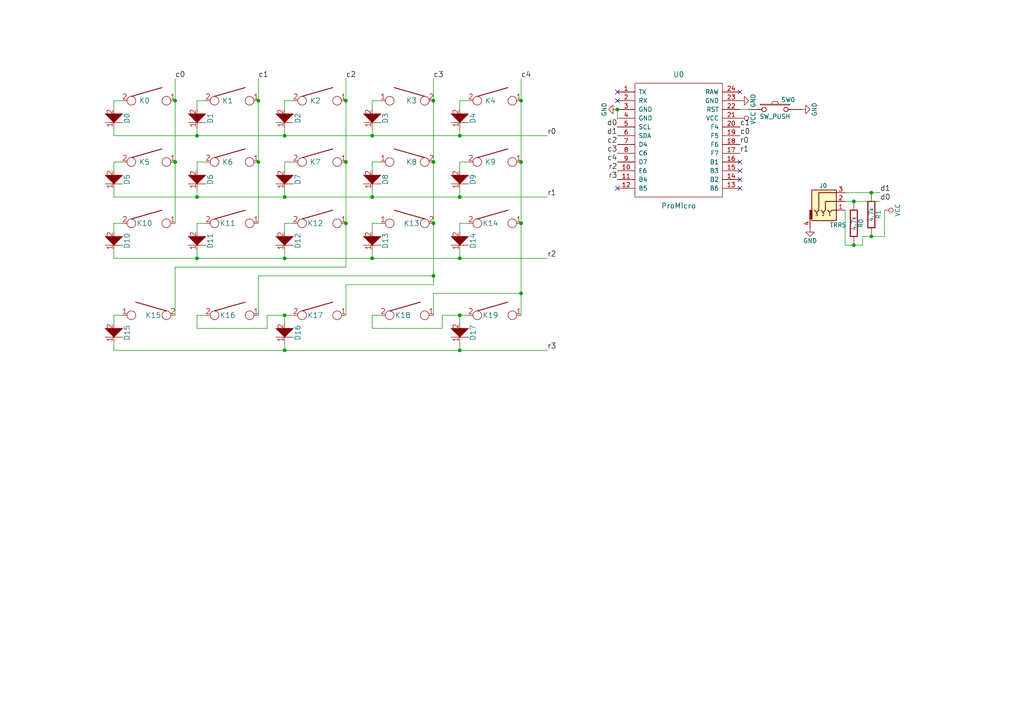
<source format=kicad_sch>
(kicad_sch (version 20230121) (generator eeschema)
  (paper "A4")
  (title_block (title "split_steno") (date "2018-02-28") (rev "1.0") (company "jtallbean"))
  (lib_symbols
    (symbol "split_steno_rev1.0:Audio-Jack-4" (pin_names (offset 1.016))
      (property "Reference" "J" (at -1.27 2.032 0))
      (property "Value" "Audio-Jack-4" (at 3.048 -9.398 0))
      (symbol "Audio-Jack-4_0_0"
        (rectangle (start -4.572 -8.128) (end 2.54 0.762) (stroke (width 0.254)) (fill (type background)))
        (text "1" (at 0.635 -6.35 0) (effects (font (size 0.762 0.762))))
        (text "2" (at -1.27 -6.35 0) (effects (font (size 0.762 0.762))))
        (text "3" (at -3.175 -6.35 0) (effects (font (size 0.762 0.762))))
      )
      (symbol "Audio-Jack-4_0_1"
        (rectangle (start -4.445 -7.62) (end -5.207 -5.08) (fill (type outline)))
        (polyline (pts (xy 0 -5.08) (xy 0.635 -5.715) (xy 1.27 -5.08) (xy 2.54 -5.08)) (stroke (width 0.254)))
        (polyline (pts (xy -1.905 -5.08) (xy -1.27 -5.715) (xy -0.635 -5.08) (xy -0.635 -2.54) (xy 2.54 -2.54)) (stroke (width 0.254)))
        (polyline (pts (xy 2.54 0) (xy -2.54 0) (xy -2.54 -5.08) (xy -3.175 -5.715) (xy -3.81 -5.08)) (stroke (width 0.254)))
      )
      (symbol "Audio-Jack-4_1_1"
        (pin passive line (at 5.08 -5.08 180) (length 2.54) (name "~") (number "1"))
        (pin passive line (at 5.08 -2.54 180) (length 2.54) (name "~") (number "2"))
        (pin passive line (at 5.08 0 180) (length 2.54) (name "~") (number "3"))
        (pin passive line (at -5.08 -10.16 90) (length 2.54) (name "~") (number "4"))
      )
    )
    (symbol "split_steno_rev1.0:D" (pin_names (offset 1.016))
      (property "Reference" "D" (at -3.81 -1.27 90))
      (symbol "D_0_1"
        (polyline (pts (xy -2.54 0) (xy 2.54 0)))
        (polyline (pts (xy 0 0) (xy -2.54 -2.54) (xy 2.54 -2.54) (xy 0 0)) (fill (type outline)))
      )
      (symbol "D_1_1"
        (pin passive line (at 0 1.27 270) (length 1.27) (name "~") (number "1"))
        (pin passive line (at 0 -3.81 90) (length 1.27) (name "~") (number "2"))
      )
    )
    (symbol "split_steno_rev1.0:GND" (power) (pin_names (offset 0))
      (property "Value" "GND" (at 0 -3.81 0))
      (symbol "GND_0_1"
        (polyline (pts (xy 0 0) (xy 0 -1.27) (xy 1.27 -1.27) (xy 0 -2.54) (xy -1.27 -1.27) (xy 0 -1.27)))
      )
      (symbol "GND_1_1"
        (pin power_in line (at 0 0 270) (length 0) hide (name "GND") (number "1"))
      )
    )
    (symbol "split_steno_rev1.0:KEYSW" (pin_names (offset 1.016))
      (property "Reference" "K?" (at -1.27 0 0))
      (symbol "KEYSW_0_1"
        (circle (center -5.08 0) (radius 1.27))
        (polyline (pts (xy -5.08 1.27) (xy 3.81 3.81)) (stroke (width 0.254)))
        (circle (center 5.08 0) (radius 1.27))
      )
      (symbol "KEYSW_1_1"
        (pin passive line (at 7.62 0 180) (length 1.27) (name "~") (number "1"))
        (pin passive line (at -7.62 0 0) (length 1.27) (name "~") (number "2"))
      )
    )
    (symbol "split_steno_rev1.0:ProMicro" (pin_names (offset 1.016))
      (property "Reference" "U" (at 0 24.13 0))
      (property "Value" "ProMicro" (at 0 -13.97 0))
      (symbol "ProMicro_0_1"
        (rectangle (start -12.7 21.59) (end 12.7 -11.43))
      )
      (symbol "ProMicro_1_1"
        (pin bidirectional line (at -17.78 19.05 0) (length 5.08) (name "TX") (number "1"))
        (pin bidirectional line (at -17.78 -3.81 0) (length 5.08) (name "E6") (number "10"))
        (pin bidirectional line (at -17.78 -6.35 0) (length 5.08) (name "B4") (number "11"))
        (pin bidirectional line (at -17.78 -8.89 0) (length 5.08) (name "B5") (number "12"))
        (pin bidirectional line (at 17.78 -8.89 180) (length 5.08) (name "B6") (number "13"))
        (pin bidirectional line (at 17.78 -6.35 180) (length 5.08) (name "B2") (number "14"))
        (pin bidirectional line (at 17.78 -3.81 180) (length 5.08) (name "B3") (number "15"))
        (pin bidirectional line (at 17.78 -1.27 180) (length 5.08) (name "B1") (number "16"))
        (pin bidirectional line (at 17.78 1.27 180) (length 5.08) (name "F7") (number "17"))
        (pin bidirectional line (at 17.78 3.81 180) (length 5.08) (name "F6") (number "18"))
        (pin bidirectional line (at 17.78 6.35 180) (length 5.08) (name "F5") (number "19"))
        (pin bidirectional line (at -17.78 16.51 0) (length 5.08) (name "RX") (number "2"))
        (pin bidirectional line (at 17.78 8.89 180) (length 5.08) (name "F4") (number "20"))
        (pin power_in line (at 17.78 11.43 180) (length 5.08) (name "VCC") (number "21"))
        (pin input line (at 17.78 13.97 180) (length 5.08) (name "RST") (number "22"))
        (pin power_in line (at 17.78 16.51 180) (length 5.08) (name "GND") (number "23"))
        (pin power_out line (at 17.78 19.05 180) (length 5.08) (name "RAW") (number "24"))
        (pin power_in line (at -17.78 13.97 0) (length 5.08) (name "GND") (number "3"))
        (pin power_in line (at -17.78 11.43 0) (length 5.08) (name "GND") (number "4"))
        (pin bidirectional line (at -17.78 8.89 0) (length 5.08) (name "SCL") (number "5"))
        (pin bidirectional line (at -17.78 6.35 0) (length 5.08) (name "SDA") (number "6"))
        (pin bidirectional line (at -17.78 3.81 0) (length 5.08) (name "D4") (number "7"))
        (pin bidirectional line (at -17.78 1.27 0) (length 5.08) (name "C6") (number "8"))
        (pin bidirectional line (at -17.78 -1.27 0) (length 5.08) (name "D7") (number "9"))
      )
    )
    (symbol "split_steno_rev1.0:R" (pin_numbers hide) (pin_names (offset 0))
      (property "Reference" "R" (at 2.032 0 90))
      (property "Value" "R" (at 0 0 90))
      (symbol "R_0_1"
        (rectangle (start -1.016 3.81) (end 1.016 -3.81) (stroke (width 0.3048)))
      )
      (symbol "R_1_1"
        (pin passive line (at 0 6.35 270) (length 2.54) (name "~") (number "1"))
        (pin passive line (at 0 -6.35 90) (length 2.54) (name "~") (number "2"))
      )
    )
    (symbol "split_steno_rev1.0:SW_PUSH" (pin_numbers hide) (pin_names (offset 1.016) hide)
      (property "Reference" "SW" (at 3.81 2.794 0))
      (property "Value" "SW_PUSH" (at 0 -2.032 0))
      (symbol "SW_PUSH_0_1"
        (rectangle (start -4.318 1.27) (end 4.318 1.524))
        (polyline (pts (xy -1.016 1.524) (xy -0.762 2.286) (xy 0.762 2.286) (xy 1.016 1.524)))
        (pin passive inverted (at -7.62 0 0) (length 5.08) (name "1") (number "1"))
        (pin passive inverted (at 7.62 0 180) (length 5.08) (name "2") (number "2"))
      )
    )
    (symbol "split_steno_rev1.0:VCC" (power) (pin_names (offset 0))
      (property "Value" "VCC" (at 0 3.81 0))
      (symbol "VCC_0_1"
        (polyline (pts (xy 0 0) (xy 0 1.27)))
        (circle (center 0 1.905) (radius 0.635))
      )
      (symbol "VCC_1_1"
        (pin power_in line (at 0 0 90) (length 0) hide (name "VCC") (number "1"))
      )
    )
  )
  (junction (at 151.13 29.21))
  (junction (at 82.55 74.93))
  (junction (at 57.15 74.93))
  (junction (at 82.55 101.6))
  (junction (at 74.93 29.21))
  (junction (at 125.73 80.01))
  (junction (at 252.73 68.58))
  (junction (at 50.8 29.21))
  (junction (at 57.15 39.37))
  (junction (at 125.73 64.77))
  (junction (at 151.13 85.09))
  (junction (at 82.55 91.44))
  (junction (at 107.95 74.93))
  (junction (at 82.55 39.37))
  (junction (at 133.35 101.6))
  (junction (at 57.15 57.15))
  (junction (at 74.93 46.99))
  (junction (at 107.95 39.37))
  (junction (at 125.73 29.21))
  (junction (at 100.33 29.21))
  (junction (at 133.35 74.93))
  (junction (at 133.35 57.15))
  (junction (at 125.73 46.99))
  (junction (at 133.35 39.37))
  (junction (at 107.95 57.15))
  (junction (at 151.13 64.77))
  (junction (at 252.73 55.88))
  (junction (at 100.33 46.99))
  (junction (at 100.33 64.77))
  (junction (at 179.07 31.75))
  (junction (at 82.55 57.15))
  (junction (at 50.8 46.99))
  (junction (at 247.65 58.42))
  (junction (at 151.13 46.99))
  (junction (at 247.65 71.12))
  (junction (at 133.35 91.44))
  (no_connect (at 179.07 26.67))
  (no_connect (at 214.63 52.07))
  (no_connect (at 179.07 29.21))
  (no_connect (at 179.07 54.61))
  (no_connect (at 214.63 54.61))
  (no_connect (at 214.63 49.53))
  (no_connect (at 214.63 26.67))
  (no_connect (at 214.63 46.99))
  (wire (pts (xy 125.73 85.09) (xy 125.73 91.44)))
  (wire (pts (xy 82.55 46.99) (xy 85.09 46.99)))
  (wire (pts (xy 82.55 101.6) (xy 133.35 101.6)))
  (wire (pts (xy 57.15 91.44) (xy 59.69 91.44)))
  (wire (pts (xy 50.8 22.86) (xy 50.8 29.21)))
  (wire (pts (xy 107.95 31.75) (xy 107.95 29.21)))
  (wire (pts (xy 151.13 85.09) (xy 151.13 91.44)))
  (wire (pts (xy 125.73 22.86) (xy 125.73 29.21)))
  (wire (pts (xy 125.73 82.55) (xy 100.33 82.55)))
  (wire (pts (xy 33.02 31.75) (xy 33.02 29.21)))
  (wire (pts (xy 107.95 95.25) (xy 128.27 95.25)))
  (wire (pts (xy 57.15 31.75) (xy 57.15 29.21)))
  (wire (pts (xy 82.55 64.77) (xy 85.09 64.77)))
  (wire (pts (xy 82.55 29.21) (xy 85.09 29.21)))
  (wire (pts (xy 100.33 22.86) (xy 100.33 29.21)))
  (wire (pts (xy 107.95 91.44) (xy 110.49 91.44)))
  (wire (pts (xy 252.73 68.58) (xy 256.54 68.58)))
  (wire (pts (xy 33.02 72.39) (xy 33.02 74.93)))
  (wire (pts (xy 250.19 68.58) (xy 252.73 68.58)))
  (wire (pts (xy 57.15 46.99) (xy 59.69 46.99)))
  (wire (pts (xy 57.15 74.93) (xy 82.55 74.93)))
  (wire (pts (xy 33.02 29.21) (xy 35.56 29.21)))
  (wire (pts (xy 133.35 64.77) (xy 135.89 64.77)))
  (wire (pts (xy 57.15 39.37) (xy 57.15 36.83)))
  (wire (pts (xy 82.55 74.93) (xy 82.55 72.39)))
  (wire (pts (xy 250.19 71.12) (xy 250.19 68.58)))
  (wire (pts (xy 125.73 46.99) (xy 125.73 64.77)))
  (wire (pts (xy 151.13 29.21) (xy 151.13 46.99)))
  (wire (pts (xy 133.35 46.99) (xy 135.89 46.99)))
  (wire (pts (xy 100.33 46.99) (xy 100.33 64.77)))
  (wire (pts (xy 107.95 57.15) (xy 107.95 54.61)))
  (wire (pts (xy 107.95 46.99) (xy 110.49 46.99)))
  (wire (pts (xy 33.02 67.31) (xy 33.02 64.77)))
  (wire (pts (xy 50.8 91.44) (xy 50.8 77.47)))
  (wire (pts (xy 100.33 29.21) (xy 100.33 46.99)))
  (wire (pts (xy 107.95 74.93) (xy 133.35 74.93)))
  (wire (pts (xy 57.15 57.15) (xy 82.55 57.15)))
  (wire (pts (xy 151.13 46.99) (xy 151.13 64.77)))
  (wire (pts (xy 107.95 64.77) (xy 110.49 64.77)))
  (wire (pts (xy 214.63 31.75) (xy 217.17 31.75)))
  (wire (pts (xy 57.15 67.31) (xy 57.15 64.77)))
  (wire (pts (xy 57.15 57.15) (xy 57.15 54.61)))
  (wire (pts (xy 107.95 29.21) (xy 110.49 29.21)))
  (wire (pts (xy 33.02 93.98) (xy 33.02 91.44)))
  (wire (pts (xy 107.95 49.53) (xy 107.95 46.99)))
  (wire (pts (xy 252.73 55.88) (xy 255.27 55.88)))
  (wire (pts (xy 50.8 46.99) (xy 50.8 64.77)))
  (wire (pts (xy 74.93 29.21) (xy 74.93 46.99)))
  (wire (pts (xy 57.15 49.53) (xy 57.15 46.99)))
  (wire (pts (xy 33.02 64.77) (xy 35.56 64.77)))
  (wire (pts (xy 82.55 57.15) (xy 82.55 54.61)))
  (wire (pts (xy 133.35 74.93) (xy 158.75 74.93)))
  (wire (pts (xy 245.11 55.88) (xy 252.73 55.88)))
  (wire (pts (xy 82.55 101.6) (xy 82.55 99.06)))
  (wire (pts (xy 57.15 29.21) (xy 59.69 29.21)))
  (wire (pts (xy 82.55 74.93) (xy 107.95 74.93)))
  (wire (pts (xy 33.02 101.6) (xy 82.55 101.6)))
  (wire (pts (xy 133.35 49.53) (xy 133.35 46.99)))
  (wire (pts (xy 33.02 36.83) (xy 33.02 39.37)))
  (wire (pts (xy 151.13 85.09) (xy 125.73 85.09)))
  (wire (pts (xy 125.73 80.01) (xy 74.93 80.01)))
  (wire (pts (xy 57.15 39.37) (xy 82.55 39.37)))
  (wire (pts (xy 151.13 22.86) (xy 151.13 29.21)))
  (wire (pts (xy 82.55 91.44) (xy 85.09 91.44)))
  (wire (pts (xy 247.65 71.12) (xy 250.19 71.12)))
  (wire (pts (xy 33.02 74.93) (xy 57.15 74.93)))
  (wire (pts (xy 245.11 60.96) (xy 245.11 71.12)))
  (wire (pts (xy 128.27 91.44) (xy 133.35 91.44)))
  (wire (pts (xy 57.15 64.77) (xy 59.69 64.77)))
  (wire (pts (xy 133.35 101.6) (xy 133.35 99.06)))
  (wire (pts (xy 82.55 39.37) (xy 82.55 36.83)))
  (wire (pts (xy 100.33 82.55) (xy 100.33 91.44)))
  (wire (pts (xy 107.95 57.15) (xy 133.35 57.15)))
  (wire (pts (xy 247.65 58.42) (xy 255.27 58.42)))
  (wire (pts (xy 82.55 67.31) (xy 82.55 64.77)))
  (wire (pts (xy 33.02 46.99) (xy 35.56 46.99)))
  (wire (pts (xy 125.73 64.77) (xy 125.73 80.01)))
  (wire (pts (xy 33.02 91.44) (xy 35.56 91.44)))
  (wire (pts (xy 125.73 80.01) (xy 125.73 82.55)))
  (wire (pts (xy 82.55 31.75) (xy 82.55 29.21)))
  (wire (pts (xy 133.35 31.75) (xy 133.35 29.21)))
  (wire (pts (xy 74.93 46.99) (xy 74.93 64.77)))
  (wire (pts (xy 151.13 64.77) (xy 151.13 85.09)))
  (wire (pts (xy 125.73 29.21) (xy 125.73 46.99)))
  (wire (pts (xy 133.35 74.93) (xy 133.35 72.39)))
  (wire (pts (xy 256.54 68.58) (xy 256.54 60.96)))
  (wire (pts (xy 107.95 67.31) (xy 107.95 64.77)))
  (wire (pts (xy 77.47 95.25) (xy 77.47 91.44)))
  (wire (pts (xy 50.8 29.21) (xy 50.8 46.99)))
  (wire (pts (xy 57.15 74.93) (xy 57.15 72.39)))
  (wire (pts (xy 133.35 101.6) (xy 158.75 101.6)))
  (wire (pts (xy 33.02 54.61) (xy 33.02 57.15)))
  (wire (pts (xy 107.95 91.44) (xy 107.95 95.25)))
  (wire (pts (xy 57.15 95.25) (xy 77.47 95.25)))
  (wire (pts (xy 133.35 91.44) (xy 135.89 91.44)))
  (wire (pts (xy 133.35 29.21) (xy 135.89 29.21)))
  (wire (pts (xy 133.35 93.98) (xy 133.35 91.44)))
  (wire (pts (xy 107.95 39.37) (xy 107.95 36.83)))
  (wire (pts (xy 128.27 95.25) (xy 128.27 91.44)))
  (wire (pts (xy 82.55 57.15) (xy 107.95 57.15)))
  (wire (pts (xy 74.93 80.01) (xy 74.93 91.44)))
  (wire (pts (xy 57.15 91.44) (xy 57.15 95.25)))
  (wire (pts (xy 33.02 49.53) (xy 33.02 46.99)))
  (wire (pts (xy 82.55 49.53) (xy 82.55 46.99)))
  (wire (pts (xy 33.02 57.15) (xy 57.15 57.15)))
  (wire (pts (xy 50.8 77.47) (xy 100.33 77.47)))
  (wire (pts (xy 100.33 64.77) (xy 100.33 77.47)))
  (wire (pts (xy 133.35 57.15) (xy 133.35 54.61)))
  (wire (pts (xy 74.93 22.86) (xy 74.93 29.21)))
  (wire (pts (xy 245.11 71.12) (xy 247.65 71.12)))
  (wire (pts (xy 133.35 67.31) (xy 133.35 64.77)))
  (wire (pts (xy 33.02 39.37) (xy 57.15 39.37)))
  (wire (pts (xy 179.07 34.29) (xy 179.07 31.75)))
  (wire (pts (xy 133.35 39.37) (xy 158.75 39.37)))
  (wire (pts (xy 133.35 57.15) (xy 158.75 57.15)))
  (wire (pts (xy 82.55 93.98) (xy 82.55 91.44)))
  (wire (pts (xy 133.35 39.37) (xy 133.35 36.83)))
  (wire (pts (xy 82.55 39.37) (xy 107.95 39.37)))
  (wire (pts (xy 245.11 58.42) (xy 247.65 58.42)))
  (wire (pts (xy 77.47 91.44) (xy 82.55 91.44)))
  (wire (pts (xy 33.02 99.06) (xy 33.02 101.6)))
  (wire (pts (xy 107.95 74.93) (xy 107.95 72.39)))
  (wire (pts (xy 107.95 39.37) (xy 133.35 39.37)))
  (label "r1" (at 214.63 44.45 0) (effects (font (size 1.524 1.524))))
  (label "r3" (at 158.75 101.6 0) (effects (font (size 1.524 1.524))))
  (label "r0" (at 158.75 39.37 0) (effects (font (size 1.524 1.524))))
  (label "c4" (at 151.13 22.86 0) (effects (font (size 1.524 1.524))))
  (label "c0" (at 50.8 22.86 0) (effects (font (size 1.524 1.524))))
  (label "d0" (at 179.07 36.83 180) (effects (font (size 1.524 1.524))))
  (label "c3" (at 125.73 22.86 0) (effects (font (size 1.524 1.524))))
  (label "c0" (at 214.63 39.37 0) (effects (font (size 1.524 1.524))))
  (label "r2" (at 158.75 74.93 0) (effects (font (size 1.524 1.524))))
  (label "c3" (at 179.07 44.45 180) (effects (font (size 1.524 1.524))))
  (label "c2" (at 100.33 22.86 0) (effects (font (size 1.524 1.524))))
  (label "c2" (at 179.07 41.91 180) (effects (font (size 1.524 1.524))))
  (label "d1" (at 179.07 39.37 180) (effects (font (size 1.524 1.524))))
  (label "c1" (at 214.63 36.83 0) (effects (font (size 1.524 1.524))))
  (label "r1" (at 158.75 57.15 0) (effects (font (size 1.524 1.524))))
  (label "c4" (at 179.07 46.99 180) (effects (font (size 1.524 1.524))))
  (label "c1" (at 74.93 22.86 0) (effects (font (size 1.524 1.524))))
  (label "d1" (at 255.27 55.88 0) (effects (font (size 1.524 1.524))))
  (label "d0" (at 255.27 58.42 0) (effects (font (size 1.524 1.524))))
  (label "r3" (at 179.07 52.07 180) (effects (font (size 1.524 1.524))))
  (label "r0" (at 214.63 41.91 0) (effects (font (size 1.524 1.524))))
  (label "r2" (at 179.07 49.53 180) (effects (font (size 1.524 1.524))))
  (symbol (lib_id "split_steno_rev1.0:SW_PUSH") (at 224.79 31.75 0) (unit 1)
    (property "Reference" "SW0" (at 228.6 28.956 0))
    (property "Value" "SW_PUSH" (at 224.79 33.782 0))
    (property "Footprint" "lib_fp:SW_Tactile_SPST_Angled_MJTP1117" (effects hide))
  )
  (symbol (lib_id "split_steno_rev1.0:GND") (at 232.41 31.75 90) (unit 1)
    (property "Reference" "#PWR01" (effects hide))
    (property "Value" "GND" (at 236.22 31.75 0))
  )
  (symbol (lib_id "split_steno_rev1.0:KEYSW") (at 92.71 46.99 0) (unit 1)
    (property "Reference" "K7" (at 91.44 46.99 0) (effects (font (size 1.524 1.524))))
    (property "Value" "KEYSW" (effects hide))
    (property "Footprint" "lib_fp:Hybrid_PCB_100H_Dual_hole" (effects hide))
  )
  (symbol (lib_id "split_steno_rev1.0:D") (at 82.55 53.34 180) (unit 1)
    (property "Reference" "D7" (at 86.36 52.07 90) (effects (font (size 1.524 1.524))))
    (property "Value" "D" (effects hide))
    (property "Footprint" "lib_fp:Diode-dual" (effects hide))
  )
  (symbol (lib_id "split_steno_rev1.0:KEYSW") (at 118.11 46.99 0) (mirror y) (unit 1)
    (property "Reference" "K8" (at 119.38 46.99 0) (effects (font (size 1.524 1.524))))
    (property "Value" "KEYSW" (effects hide))
    (property "Footprint" "lib_fp:Hybrid_PCB_100H_Dual_hole" (effects hide))
  )
  (symbol (lib_id "split_steno_rev1.0:D") (at 107.95 53.34 180) (unit 1)
    (property "Reference" "D8" (at 111.76 52.07 90) (effects (font (size 1.524 1.524))))
    (property "Value" "D" (effects hide))
    (property "Footprint" "lib_fp:Diode-dual" (effects hide))
  )
  (symbol (lib_id "split_steno_rev1.0:KEYSW") (at 43.18 46.99 0) (unit 1)
    (property "Reference" "K5" (at 41.91 46.99 0) (effects (font (size 1.524 1.524))))
    (property "Value" "KEYSW" (effects hide))
    (property "Footprint" "lib_fp:Hybrid_PCB_100H_Dual_hole" (effects hide))
  )
  (symbol (lib_id "split_steno_rev1.0:D") (at 33.02 53.34 180) (unit 1)
    (property "Reference" "D5" (at 36.83 52.07 90) (effects (font (size 1.524 1.524))))
    (property "Value" "D" (effects hide))
    (property "Footprint" "lib_fp:Diode-dual" (effects hide))
  )
  (symbol (lib_id "split_steno_rev1.0:KEYSW") (at 143.51 46.99 0) (unit 1)
    (property "Reference" "K9" (at 142.24 46.99 0) (effects (font (size 1.524 1.524))))
    (property "Value" "KEYSW" (effects hide))
    (property "Footprint" "lib_fp:Hybrid_PCB_100H_Dual_hole" (effects hide))
  )
  (symbol (lib_id "split_steno_rev1.0:D") (at 133.35 53.34 180) (unit 1)
    (property "Reference" "D9" (at 137.16 52.07 90) (effects (font (size 1.524 1.524))))
    (property "Value" "D" (effects hide))
    (property "Footprint" "lib_fp:Diode-dual" (effects hide))
  )
  (symbol (lib_id "split_steno_rev1.0:KEYSW") (at 67.31 46.99 0) (unit 1)
    (property "Reference" "K6" (at 66.04 46.99 0) (effects (font (size 1.524 1.524))))
    (property "Value" "KEYSW" (effects hide))
    (property "Footprint" "lib_fp:Hybrid_PCB_100H_Dual_hole" (effects hide))
  )
  (symbol (lib_id "split_steno_rev1.0:D") (at 57.15 53.34 180) (unit 1)
    (property "Reference" "D6" (at 60.96 52.07 90) (effects (font (size 1.524 1.524))))
    (property "Value" "D" (effects hide))
    (property "Footprint" "lib_fp:Diode-dual" (effects hide))
  )
  (symbol (lib_id "split_steno_rev1.0:KEYSW") (at 92.71 64.77 0) (unit 1)
    (property "Reference" "K12" (at 91.44 64.77 0) (effects (font (size 1.524 1.524))))
    (property "Value" "KEYSW" (effects hide))
    (property "Footprint" "lib_fp:Hybrid_PCB_100H_Dual_hole" (effects hide))
  )
  (symbol (lib_id "split_steno_rev1.0:D") (at 82.55 71.12 180) (unit 1)
    (property "Reference" "D12" (at 86.36 69.85 90) (effects (font (size 1.524 1.524))))
    (property "Value" "D" (effects hide))
    (property "Footprint" "lib_fp:Diode-dual" (effects hide))
  )
  (symbol (lib_id "split_steno_rev1.0:KEYSW") (at 118.11 64.77 0) (mirror y) (unit 1)
    (property "Reference" "K13" (at 119.38 64.77 0) (effects (font (size 1.524 1.524))))
    (property "Value" "KEYSW" (effects hide))
    (property "Footprint" "lib_fp:Hybrid_PCB_100H_Dual_hole" (effects hide))
  )
  (symbol (lib_id "split_steno_rev1.0:D") (at 107.95 71.12 180) (unit 1)
    (property "Reference" "D13" (at 111.76 69.85 90) (effects (font (size 1.524 1.524))))
    (property "Value" "D" (effects hide))
    (property "Footprint" "lib_fp:Diode-dual" (effects hide))
  )
  (symbol (lib_id "split_steno_rev1.0:KEYSW") (at 43.18 64.77 0) (unit 1)
    (property "Reference" "K10" (at 41.91 64.77 0) (effects (font (size 1.524 1.524))))
    (property "Value" "KEYSW" (effects hide))
    (property "Footprint" "lib_fp:Hybrid_PCB_100H_Dual_hole" (effects hide))
  )
  (symbol (lib_id "split_steno_rev1.0:D") (at 33.02 71.12 180) (unit 1)
    (property "Reference" "D10" (at 36.83 69.85 90) (effects (font (size 1.524 1.524))))
    (property "Value" "D" (effects hide))
    (property "Footprint" "lib_fp:Diode-dual" (effects hide))
  )
  (symbol (lib_id "split_steno_rev1.0:KEYSW") (at 143.51 64.77 0) (unit 1)
    (property "Reference" "K14" (at 142.24 64.77 0) (effects (font (size 1.524 1.524))))
    (property "Value" "KEYSW" (effects hide))
    (property "Footprint" "lib_fp:Hybrid_PCB_100H_Dual_hole" (effects hide))
  )
  (symbol (lib_id "split_steno_rev1.0:D") (at 133.35 71.12 180) (unit 1)
    (property "Reference" "D14" (at 137.16 69.85 90) (effects (font (size 1.524 1.524))))
    (property "Value" "D" (effects hide))
    (property "Footprint" "lib_fp:Diode-dual" (effects hide))
  )
  (symbol (lib_id "split_steno_rev1.0:KEYSW") (at 67.31 64.77 0) (unit 1)
    (property "Reference" "K11" (at 66.04 64.77 0) (effects (font (size 1.524 1.524))))
    (property "Value" "KEYSW" (effects hide))
    (property "Footprint" "lib_fp:Hybrid_PCB_100H_Dual_hole" (effects hide))
  )
  (symbol (lib_id "split_steno_rev1.0:D") (at 57.15 71.12 180) (unit 1)
    (property "Reference" "D11" (at 60.96 69.85 90) (effects (font (size 1.524 1.524))))
    (property "Value" "D" (effects hide))
    (property "Footprint" "lib_fp:Diode-dual" (effects hide))
  )
  (symbol (lib_id "split_steno_rev1.0:KEYSW") (at 92.71 29.21 0) (unit 1)
    (property "Reference" "K2" (at 91.44 29.21 0) (effects (font (size 1.524 1.524))))
    (property "Value" "KEYSW" (effects hide))
    (property "Footprint" "lib_fp:Hybrid_PCB_100H_Dual_hole" (effects hide))
  )
  (symbol (lib_id "split_steno_rev1.0:D") (at 82.55 35.56 180) (unit 1)
    (property "Reference" "D2" (at 86.36 34.29 90) (effects (font (size 1.524 1.524))))
    (property "Value" "D" (effects hide))
    (property "Footprint" "lib_fp:Diode-dual" (effects hide))
  )
  (symbol (lib_id "split_steno_rev1.0:KEYSW") (at 118.11 29.21 0) (mirror y) (unit 1)
    (property "Reference" "K3" (at 119.38 29.21 0) (effects (font (size 1.524 1.524))))
    (property "Value" "KEYSW" (effects hide))
    (property "Footprint" "lib_fp:Hybrid_PCB_100H_Dual_hole" (effects hide))
  )
  (symbol (lib_id "split_steno_rev1.0:D") (at 107.95 35.56 180) (unit 1)
    (property "Reference" "D3" (at 111.76 34.29 90) (effects (font (size 1.524 1.524))))
    (property "Value" "D" (effects hide))
    (property "Footprint" "lib_fp:Diode-dual" (effects hide))
  )
  (symbol (lib_id "split_steno_rev1.0:KEYSW") (at 43.18 29.21 0) (unit 1)
    (property "Reference" "K0" (at 41.91 29.21 0) (effects (font (size 1.524 1.524))))
    (property "Value" "KEYSW" (effects hide))
    (property "Footprint" "lib_fp:Hybrid_PCB_100H_Dual_hole" (effects hide))
  )
  (symbol (lib_id "split_steno_rev1.0:D") (at 33.02 35.56 180) (unit 1)
    (property "Reference" "D0" (at 36.83 34.29 90) (effects (font (size 1.524 1.524))))
    (property "Value" "D" (effects hide))
    (property "Footprint" "lib_fp:Diode-dual" (effects hide))
  )
  (symbol (lib_id "split_steno_rev1.0:KEYSW") (at 143.51 29.21 0) (unit 1)
    (property "Reference" "K4" (at 142.24 29.21 0) (effects (font (size 1.524 1.524))))
    (property "Value" "KEYSW" (effects hide))
    (property "Footprint" "lib_fp:Hybrid_PCB_100H_Dual_hole" (effects hide))
  )
  (symbol (lib_id "split_steno_rev1.0:D") (at 133.35 35.56 180) (unit 1)
    (property "Reference" "D4" (at 137.16 34.29 90) (effects (font (size 1.524 1.524))))
    (property "Value" "D" (effects hide))
    (property "Footprint" "lib_fp:Diode-dual" (effects hide))
  )
  (symbol (lib_id "split_steno_rev1.0:KEYSW") (at 67.31 29.21 0) (unit 1)
    (property "Reference" "K1" (at 66.04 29.21 0) (effects (font (size 1.524 1.524))))
    (property "Value" "KEYSW" (effects hide))
    (property "Footprint" "lib_fp:Hybrid_PCB_100H_Dual_hole" (effects hide))
  )
  (symbol (lib_id "split_steno_rev1.0:D") (at 57.15 35.56 180) (unit 1)
    (property "Reference" "D1" (at 60.96 34.29 90) (effects (font (size 1.524 1.524))))
    (property "Value" "D" (effects hide))
    (property "Footprint" "lib_fp:Diode-dual" (effects hide))
  )
  (symbol (lib_id "split_steno_rev1.0:KEYSW") (at 92.71 91.44 0) (unit 1)
    (property "Reference" "K17" (at 91.44 91.44 0) (effects (font (size 1.524 1.524))))
    (property "Value" "KEYSW" (effects hide))
    (property "Footprint" "lib_fp:Hybrid_PCB_100H_Dual_hole" (effects hide))
  )
  (symbol (lib_id "split_steno_rev1.0:D") (at 82.55 97.79 180) (unit 1)
    (property "Reference" "D16" (at 86.36 96.52 90) (effects (font (size 1.524 1.524))))
    (property "Value" "D" (effects hide))
    (property "Footprint" "lib_fp:Diode-dual" (effects hide))
  )
  (symbol (lib_id "split_steno_rev1.0:KEYSW") (at 118.11 91.44 0) (unit 1)
    (property "Reference" "K18" (at 116.84 91.44 0) (effects (font (size 1.524 1.524))))
    (property "Value" "KEYSW" (effects hide))
    (property "Footprint" "lib_fp:Hybrid_PCB_200H-dual-nosilk" (effects hide))
  )
  (symbol (lib_id "split_steno_rev1.0:KEYSW") (at 43.18 91.44 0) (mirror y) (unit 1)
    (property "Reference" "K15" (at 44.45 91.44 0) (effects (font (size 1.524 1.524))))
    (property "Value" "KEYSW" (effects hide))
    (property "Footprint" "lib_fp:Hybrid_PCB_100H_Dual_hole" (effects hide))
  )
  (symbol (lib_id "split_steno_rev1.0:D") (at 33.02 97.79 180) (unit 1)
    (property "Reference" "D15" (at 36.83 96.52 90) (effects (font (size 1.524 1.524))))
    (property "Value" "D" (effects hide))
    (property "Footprint" "lib_fp:Diode-dual" (effects hide))
  )
  (symbol (lib_id "split_steno_rev1.0:KEYSW") (at 143.51 91.44 0) (unit 1)
    (property "Reference" "K19" (at 142.24 91.44 0) (effects (font (size 1.524 1.524))))
    (property "Value" "KEYSW" (effects hide))
    (property "Footprint" "lib_fp:Hybrid_PCB_100H_Dual_hole" (effects hide))
  )
  (symbol (lib_id "split_steno_rev1.0:D") (at 133.35 97.79 180) (unit 1)
    (property "Reference" "D17" (at 137.16 96.52 90) (effects (font (size 1.524 1.524))))
    (property "Value" "D" (effects hide))
    (property "Footprint" "lib_fp:Diode-dual" (effects hide))
  )
  (symbol (lib_id "split_steno_rev1.0:KEYSW") (at 67.31 91.44 0) (unit 1)
    (property "Reference" "K16" (at 66.04 91.44 0) (effects (font (size 1.524 1.524))))
    (property "Value" "KEYSW" (effects hide))
    (property "Footprint" "lib_fp:Hybrid_PCB_200H-dual-nosilk" (effects hide))
  )
  (symbol (lib_id "split_steno_rev1.0:GND") (at 234.95 66.04 0) (unit 1)
    (property "Reference" "#PWR05" (effects hide))
    (property "Value" "GND" (at 234.95 69.85 0))
  )
  (symbol (lib_id "split_steno_rev1.0:VCC") (at 256.54 60.96 270) (unit 1)
    (property "Reference" "#PWR06" (effects hide))
    (property "Value" "VCC" (at 260.35 60.96 0))
  )
  (symbol (lib_id "split_steno_rev1.0:R") (at 252.73 62.23 0) (unit 1)
    (property "Reference" "R1" (at 254.762 62.23 90))
    (property "Value" "4.7k" (at 252.73 62.23 90))
    (property "Footprint" "lib_fp:Resistor-Hybrid" (effects hide))
  )
  (symbol (lib_id "split_steno_rev1.0:R") (at 247.65 64.77 0) (unit 1)
    (property "Reference" "R0" (at 249.682 64.77 90))
    (property "Value" "4.7k" (at 247.65 64.77 90))
    (property "Footprint" "lib_fp:Resistor-Hybrid" (effects hide))
  )
  (symbol (lib_id "split_steno_rev1.0:GND") (at 214.63 29.21 90) (unit 1)
    (property "Reference" "#PWR02" (effects hide))
    (property "Value" "GND" (at 218.44 29.21 0))
  )
  (symbol (lib_id "split_steno_rev1.0:VCC") (at 214.63 34.29 270) (unit 1)
    (property "Reference" "#PWR03" (effects hide))
    (property "Value" "VCC" (at 218.44 34.29 0))
  )
  (symbol (lib_id "split_steno_rev1.0:GND") (at 179.07 31.75 270) (unit 1)
    (property "Reference" "#PWR04" (effects hide))
    (property "Value" "GND" (at 175.26 31.75 0))
  )
  (symbol (lib_id "split_steno_rev1.0:Audio-Jack-4") (at 240.03 55.88 0) (unit 1)
    (property "Reference" "J0" (at 238.76 53.848 0))
    (property "Value" "TRRS" (at 243.078 65.278 0))
    (property "Footprint" "lib_fp:TRRS-PJ-320A" (effects hide))
  )
  (symbol (lib_id "split_steno_rev1.0:ProMicro") (at 196.85 45.72 0) (unit 1)
    (property "Reference" "U0" (at 196.85 21.59 0) (effects (font (size 1.524 1.524))))
    (property "Value" "ProMicro" (at 196.85 59.69 0) (effects (font (size 1.524 1.524))))
    (property "Footprint" "lib_fp:ArduinoProMicro" (effects hide))
  )
)
</source>
